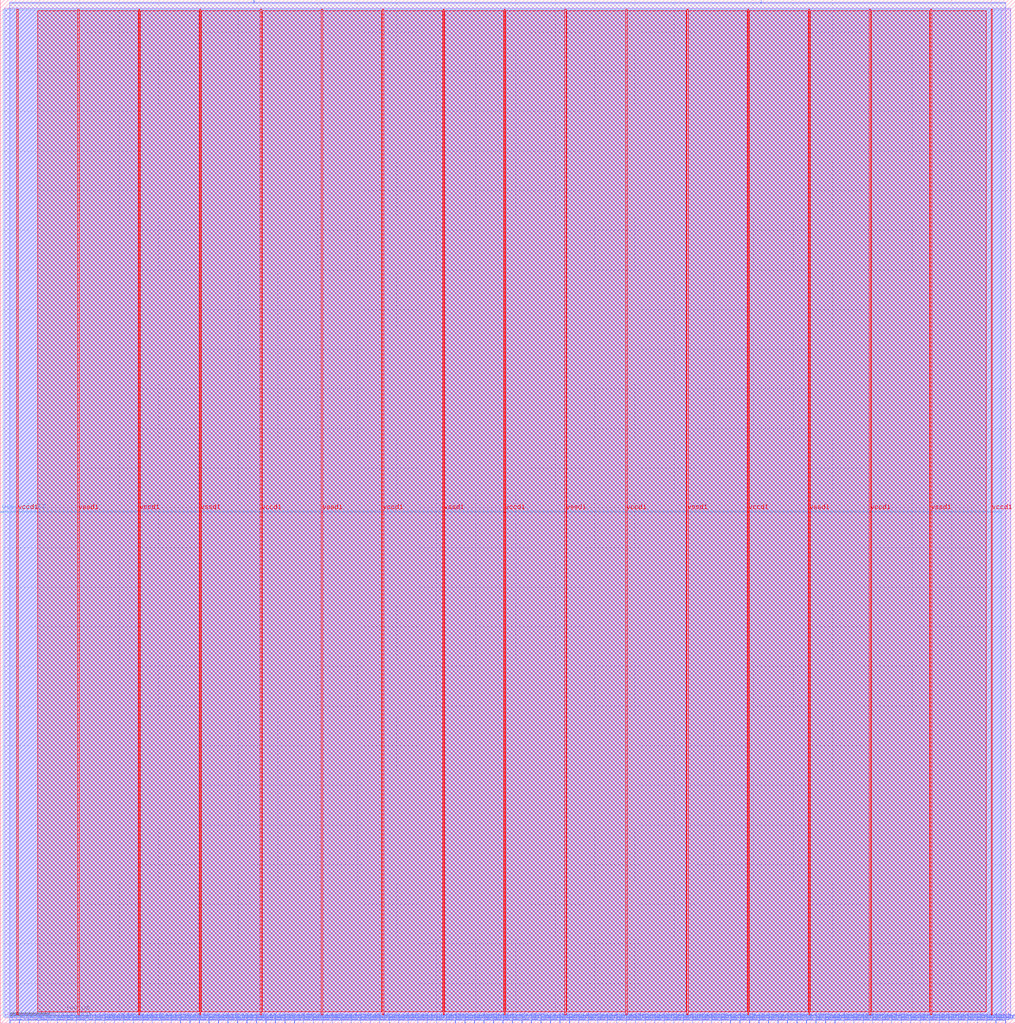
<source format=lef>
VERSION 5.7 ;
  NOWIREEXTENSIONATPIN ON ;
  DIVIDERCHAR "/" ;
  BUSBITCHARS "[]" ;
MACRO vco_adc_wrapper
  CLASS BLOCK ;
  FOREIGN vco_adc_wrapper ;
  ORIGIN 0.000 0.000 ;
  SIZE 1280.170 BY 1290.890 ;
  PIN phase_in
    DIRECTION INPUT ;
    USE SIGNAL ;
    ANTENNAGATEAREA 0.742500 ;
    PORT
      LAYER met2 ;
        RECT 319.790 1286.890 320.070 1290.890 ;
    END
  END phase_in
  PIN user_clock2
    DIRECTION INPUT ;
    USE SIGNAL ;
    ANTENNAGATEAREA 0.852000 ;
    PORT
      LAYER met3 ;
        RECT 0.000 644.680 4.000 645.280 ;
    END
  END user_clock2
  PIN vccd1
    DIRECTION INOUT ;
    USE POWER ;
    PORT
      LAYER met4 ;
        RECT 21.040 10.640 22.640 1278.640 ;
    END
    PORT
      LAYER met4 ;
        RECT 174.640 10.640 176.240 1278.640 ;
    END
    PORT
      LAYER met4 ;
        RECT 328.240 10.640 329.840 1278.640 ;
    END
    PORT
      LAYER met4 ;
        RECT 481.840 10.640 483.440 1278.640 ;
    END
    PORT
      LAYER met4 ;
        RECT 635.440 10.640 637.040 1278.640 ;
    END
    PORT
      LAYER met4 ;
        RECT 789.040 10.640 790.640 1278.640 ;
    END
    PORT
      LAYER met4 ;
        RECT 942.640 10.640 944.240 1278.640 ;
    END
    PORT
      LAYER met4 ;
        RECT 1096.240 10.640 1097.840 1278.640 ;
    END
    PORT
      LAYER met4 ;
        RECT 1249.840 10.640 1251.440 1278.640 ;
    END
  END vccd1
  PIN vco_enb_o
    DIRECTION OUTPUT TRISTATE ;
    USE SIGNAL ;
    ANTENNADIFFAREA 2.673000 ;
    PORT
      LAYER met2 ;
        RECT 959.650 1286.890 959.930 1290.890 ;
    END
  END vco_enb_o
  PIN vssd1
    DIRECTION INOUT ;
    USE GROUND ;
    PORT
      LAYER met4 ;
        RECT 97.840 10.640 99.440 1278.640 ;
    END
    PORT
      LAYER met4 ;
        RECT 251.440 10.640 253.040 1278.640 ;
    END
    PORT
      LAYER met4 ;
        RECT 405.040 10.640 406.640 1278.640 ;
    END
    PORT
      LAYER met4 ;
        RECT 558.640 10.640 560.240 1278.640 ;
    END
    PORT
      LAYER met4 ;
        RECT 712.240 10.640 713.840 1278.640 ;
    END
    PORT
      LAYER met4 ;
        RECT 865.840 10.640 867.440 1278.640 ;
    END
    PORT
      LAYER met4 ;
        RECT 1019.440 10.640 1021.040 1278.640 ;
    END
    PORT
      LAYER met4 ;
        RECT 1173.040 10.640 1174.640 1278.640 ;
    END
  END vssd1
  PIN wb_clk_i
    DIRECTION INPUT ;
    USE SIGNAL ;
    ANTENNAGATEAREA 0.852000 ;
    PORT
      LAYER met2 ;
        RECT 12.050 0.000 12.330 4.000 ;
    END
  END wb_clk_i
  PIN wb_rst_i
    DIRECTION INPUT ;
    USE SIGNAL ;
    ANTENNAGATEAREA 0.742500 ;
    PORT
      LAYER met2 ;
        RECT 24.010 0.000 24.290 4.000 ;
    END
  END wb_rst_i
  PIN wbs_ack_o
    DIRECTION OUTPUT TRISTATE ;
    USE SIGNAL ;
    ANTENNADIFFAREA 2.673000 ;
    PORT
      LAYER met2 ;
        RECT 35.970 0.000 36.250 4.000 ;
    END
  END wbs_ack_o
  PIN wbs_adr_i[0]
    DIRECTION INPUT ;
    USE SIGNAL ;
    ANTENNAGATEAREA 0.213000 ;
    PORT
      LAYER met2 ;
        RECT 83.810 0.000 84.090 4.000 ;
    END
  END wbs_adr_i[0]
  PIN wbs_adr_i[10]
    DIRECTION INPUT ;
    USE SIGNAL ;
    ANTENNAGATEAREA 0.196500 ;
    PORT
      LAYER met2 ;
        RECT 490.450 0.000 490.730 4.000 ;
    END
  END wbs_adr_i[10]
  PIN wbs_adr_i[11]
    DIRECTION INPUT ;
    USE SIGNAL ;
    ANTENNAGATEAREA 0.196500 ;
    PORT
      LAYER met2 ;
        RECT 526.330 0.000 526.610 4.000 ;
    END
  END wbs_adr_i[11]
  PIN wbs_adr_i[12]
    DIRECTION INPUT ;
    USE SIGNAL ;
    ANTENNAGATEAREA 0.196500 ;
    PORT
      LAYER met2 ;
        RECT 562.210 0.000 562.490 4.000 ;
    END
  END wbs_adr_i[12]
  PIN wbs_adr_i[13]
    DIRECTION INPUT ;
    USE SIGNAL ;
    ANTENNAGATEAREA 0.126000 ;
    PORT
      LAYER met2 ;
        RECT 598.090 0.000 598.370 4.000 ;
    END
  END wbs_adr_i[13]
  PIN wbs_adr_i[14]
    DIRECTION INPUT ;
    USE SIGNAL ;
    ANTENNAGATEAREA 0.196500 ;
    PORT
      LAYER met2 ;
        RECT 633.970 0.000 634.250 4.000 ;
    END
  END wbs_adr_i[14]
  PIN wbs_adr_i[15]
    DIRECTION INPUT ;
    USE SIGNAL ;
    ANTENNAGATEAREA 0.196500 ;
    PORT
      LAYER met2 ;
        RECT 669.850 0.000 670.130 4.000 ;
    END
  END wbs_adr_i[15]
  PIN wbs_adr_i[16]
    DIRECTION INPUT ;
    USE SIGNAL ;
    ANTENNAGATEAREA 0.196500 ;
    PORT
      LAYER met2 ;
        RECT 705.730 0.000 706.010 4.000 ;
    END
  END wbs_adr_i[16]
  PIN wbs_adr_i[17]
    DIRECTION INPUT ;
    USE SIGNAL ;
    ANTENNAGATEAREA 0.126000 ;
    PORT
      LAYER met2 ;
        RECT 741.610 0.000 741.890 4.000 ;
    END
  END wbs_adr_i[17]
  PIN wbs_adr_i[18]
    DIRECTION INPUT ;
    USE SIGNAL ;
    ANTENNAGATEAREA 0.196500 ;
    PORT
      LAYER met2 ;
        RECT 777.490 0.000 777.770 4.000 ;
    END
  END wbs_adr_i[18]
  PIN wbs_adr_i[19]
    DIRECTION INPUT ;
    USE SIGNAL ;
    ANTENNAGATEAREA 0.196500 ;
    PORT
      LAYER met2 ;
        RECT 813.370 0.000 813.650 4.000 ;
    END
  END wbs_adr_i[19]
  PIN wbs_adr_i[1]
    DIRECTION INPUT ;
    USE SIGNAL ;
    ANTENNAGATEAREA 0.196500 ;
    PORT
      LAYER met2 ;
        RECT 131.650 0.000 131.930 4.000 ;
    END
  END wbs_adr_i[1]
  PIN wbs_adr_i[20]
    DIRECTION INPUT ;
    USE SIGNAL ;
    ANTENNAGATEAREA 0.196500 ;
    PORT
      LAYER met2 ;
        RECT 849.250 0.000 849.530 4.000 ;
    END
  END wbs_adr_i[20]
  PIN wbs_adr_i[21]
    DIRECTION INPUT ;
    USE SIGNAL ;
    ANTENNAGATEAREA 0.126000 ;
    PORT
      LAYER met2 ;
        RECT 885.130 0.000 885.410 4.000 ;
    END
  END wbs_adr_i[21]
  PIN wbs_adr_i[22]
    DIRECTION INPUT ;
    USE SIGNAL ;
    ANTENNAGATEAREA 0.196500 ;
    PORT
      LAYER met2 ;
        RECT 921.010 0.000 921.290 4.000 ;
    END
  END wbs_adr_i[22]
  PIN wbs_adr_i[23]
    DIRECTION INPUT ;
    USE SIGNAL ;
    ANTENNAGATEAREA 0.196500 ;
    PORT
      LAYER met2 ;
        RECT 956.890 0.000 957.170 4.000 ;
    END
  END wbs_adr_i[23]
  PIN wbs_adr_i[24]
    DIRECTION INPUT ;
    USE SIGNAL ;
    ANTENNAGATEAREA 0.196500 ;
    PORT
      LAYER met2 ;
        RECT 992.770 0.000 993.050 4.000 ;
    END
  END wbs_adr_i[24]
  PIN wbs_adr_i[25]
    DIRECTION INPUT ;
    USE SIGNAL ;
    ANTENNAGATEAREA 0.126000 ;
    PORT
      LAYER met2 ;
        RECT 1028.650 0.000 1028.930 4.000 ;
    END
  END wbs_adr_i[25]
  PIN wbs_adr_i[26]
    DIRECTION INPUT ;
    USE SIGNAL ;
    ANTENNAGATEAREA 0.196500 ;
    PORT
      LAYER met2 ;
        RECT 1064.530 0.000 1064.810 4.000 ;
    END
  END wbs_adr_i[26]
  PIN wbs_adr_i[27]
    DIRECTION INPUT ;
    USE SIGNAL ;
    ANTENNAGATEAREA 0.196500 ;
    PORT
      LAYER met2 ;
        RECT 1100.410 0.000 1100.690 4.000 ;
    END
  END wbs_adr_i[27]
  PIN wbs_adr_i[28]
    DIRECTION INPUT ;
    USE SIGNAL ;
    ANTENNAGATEAREA 0.196500 ;
    PORT
      LAYER met2 ;
        RECT 1136.290 0.000 1136.570 4.000 ;
    END
  END wbs_adr_i[28]
  PIN wbs_adr_i[29]
    DIRECTION INPUT ;
    USE SIGNAL ;
    ANTENNAGATEAREA 0.126000 ;
    PORT
      LAYER met2 ;
        RECT 1172.170 0.000 1172.450 4.000 ;
    END
  END wbs_adr_i[29]
  PIN wbs_adr_i[2]
    DIRECTION INPUT ;
    USE SIGNAL ;
    ANTENNAGATEAREA 0.213000 ;
    PORT
      LAYER met2 ;
        RECT 179.490 0.000 179.770 4.000 ;
    END
  END wbs_adr_i[2]
  PIN wbs_adr_i[30]
    DIRECTION INPUT ;
    USE SIGNAL ;
    ANTENNAGATEAREA 0.196500 ;
    PORT
      LAYER met2 ;
        RECT 1208.050 0.000 1208.330 4.000 ;
    END
  END wbs_adr_i[30]
  PIN wbs_adr_i[31]
    DIRECTION INPUT ;
    USE SIGNAL ;
    ANTENNAGATEAREA 0.196500 ;
    PORT
      LAYER met2 ;
        RECT 1243.930 0.000 1244.210 4.000 ;
    END
  END wbs_adr_i[31]
  PIN wbs_adr_i[3]
    DIRECTION INPUT ;
    USE SIGNAL ;
    ANTENNAGATEAREA 0.126000 ;
    PORT
      LAYER met2 ;
        RECT 227.330 0.000 227.610 4.000 ;
    END
  END wbs_adr_i[3]
  PIN wbs_adr_i[4]
    DIRECTION INPUT ;
    USE SIGNAL ;
    ANTENNAGATEAREA 0.196500 ;
    PORT
      LAYER met2 ;
        RECT 275.170 0.000 275.450 4.000 ;
    END
  END wbs_adr_i[4]
  PIN wbs_adr_i[5]
    DIRECTION INPUT ;
    USE SIGNAL ;
    ANTENNAGATEAREA 0.196500 ;
    PORT
      LAYER met2 ;
        RECT 311.050 0.000 311.330 4.000 ;
    END
  END wbs_adr_i[5]
  PIN wbs_adr_i[6]
    DIRECTION INPUT ;
    USE SIGNAL ;
    ANTENNAGATEAREA 0.126000 ;
    PORT
      LAYER met2 ;
        RECT 346.930 0.000 347.210 4.000 ;
    END
  END wbs_adr_i[6]
  PIN wbs_adr_i[7]
    DIRECTION INPUT ;
    USE SIGNAL ;
    ANTENNAGATEAREA 0.196500 ;
    PORT
      LAYER met2 ;
        RECT 382.810 0.000 383.090 4.000 ;
    END
  END wbs_adr_i[7]
  PIN wbs_adr_i[8]
    DIRECTION INPUT ;
    USE SIGNAL ;
    ANTENNAGATEAREA 0.196500 ;
    PORT
      LAYER met2 ;
        RECT 418.690 0.000 418.970 4.000 ;
    END
  END wbs_adr_i[8]
  PIN wbs_adr_i[9]
    DIRECTION INPUT ;
    USE SIGNAL ;
    ANTENNAGATEAREA 0.196500 ;
    PORT
      LAYER met2 ;
        RECT 454.570 0.000 454.850 4.000 ;
    END
  END wbs_adr_i[9]
  PIN wbs_cyc_i
    DIRECTION INPUT ;
    USE SIGNAL ;
    ANTENNAGATEAREA 0.126000 ;
    PORT
      LAYER met2 ;
        RECT 47.930 0.000 48.210 4.000 ;
    END
  END wbs_cyc_i
  PIN wbs_dat_i[0]
    DIRECTION INPUT ;
    USE SIGNAL ;
    ANTENNAGATEAREA 0.126000 ;
    PORT
      LAYER met2 ;
        RECT 95.770 0.000 96.050 4.000 ;
    END
  END wbs_dat_i[0]
  PIN wbs_dat_i[10]
    DIRECTION INPUT ;
    USE SIGNAL ;
    ANTENNAGATEAREA 0.126000 ;
    PORT
      LAYER met2 ;
        RECT 502.410 0.000 502.690 4.000 ;
    END
  END wbs_dat_i[10]
  PIN wbs_dat_i[11]
    DIRECTION INPUT ;
    USE SIGNAL ;
    ANTENNAGATEAREA 0.126000 ;
    PORT
      LAYER met2 ;
        RECT 538.290 0.000 538.570 4.000 ;
    END
  END wbs_dat_i[11]
  PIN wbs_dat_i[12]
    DIRECTION INPUT ;
    USE SIGNAL ;
    ANTENNAGATEAREA 0.126000 ;
    PORT
      LAYER met2 ;
        RECT 574.170 0.000 574.450 4.000 ;
    END
  END wbs_dat_i[12]
  PIN wbs_dat_i[13]
    DIRECTION INPUT ;
    USE SIGNAL ;
    ANTENNAGATEAREA 0.126000 ;
    PORT
      LAYER met2 ;
        RECT 610.050 0.000 610.330 4.000 ;
    END
  END wbs_dat_i[13]
  PIN wbs_dat_i[14]
    DIRECTION INPUT ;
    USE SIGNAL ;
    ANTENNAGATEAREA 0.126000 ;
    PORT
      LAYER met2 ;
        RECT 645.930 0.000 646.210 4.000 ;
    END
  END wbs_dat_i[14]
  PIN wbs_dat_i[15]
    DIRECTION INPUT ;
    USE SIGNAL ;
    ANTENNAGATEAREA 0.126000 ;
    PORT
      LAYER met2 ;
        RECT 681.810 0.000 682.090 4.000 ;
    END
  END wbs_dat_i[15]
  PIN wbs_dat_i[16]
    DIRECTION INPUT ;
    USE SIGNAL ;
    ANTENNAGATEAREA 0.126000 ;
    PORT
      LAYER met2 ;
        RECT 717.690 0.000 717.970 4.000 ;
    END
  END wbs_dat_i[16]
  PIN wbs_dat_i[17]
    DIRECTION INPUT ;
    USE SIGNAL ;
    ANTENNAGATEAREA 0.126000 ;
    PORT
      LAYER met2 ;
        RECT 753.570 0.000 753.850 4.000 ;
    END
  END wbs_dat_i[17]
  PIN wbs_dat_i[18]
    DIRECTION INPUT ;
    USE SIGNAL ;
    ANTENNAGATEAREA 0.126000 ;
    PORT
      LAYER met2 ;
        RECT 789.450 0.000 789.730 4.000 ;
    END
  END wbs_dat_i[18]
  PIN wbs_dat_i[19]
    DIRECTION INPUT ;
    USE SIGNAL ;
    ANTENNAGATEAREA 0.126000 ;
    PORT
      LAYER met2 ;
        RECT 825.330 0.000 825.610 4.000 ;
    END
  END wbs_dat_i[19]
  PIN wbs_dat_i[1]
    DIRECTION INPUT ;
    USE SIGNAL ;
    ANTENNAGATEAREA 0.126000 ;
    PORT
      LAYER met2 ;
        RECT 143.610 0.000 143.890 4.000 ;
    END
  END wbs_dat_i[1]
  PIN wbs_dat_i[20]
    DIRECTION INPUT ;
    USE SIGNAL ;
    ANTENNAGATEAREA 0.126000 ;
    PORT
      LAYER met2 ;
        RECT 861.210 0.000 861.490 4.000 ;
    END
  END wbs_dat_i[20]
  PIN wbs_dat_i[21]
    DIRECTION INPUT ;
    USE SIGNAL ;
    ANTENNAGATEAREA 0.126000 ;
    PORT
      LAYER met2 ;
        RECT 897.090 0.000 897.370 4.000 ;
    END
  END wbs_dat_i[21]
  PIN wbs_dat_i[22]
    DIRECTION INPUT ;
    USE SIGNAL ;
    ANTENNAGATEAREA 0.126000 ;
    PORT
      LAYER met2 ;
        RECT 932.970 0.000 933.250 4.000 ;
    END
  END wbs_dat_i[22]
  PIN wbs_dat_i[23]
    DIRECTION INPUT ;
    USE SIGNAL ;
    ANTENNAGATEAREA 0.126000 ;
    PORT
      LAYER met2 ;
        RECT 968.850 0.000 969.130 4.000 ;
    END
  END wbs_dat_i[23]
  PIN wbs_dat_i[24]
    DIRECTION INPUT ;
    USE SIGNAL ;
    ANTENNAGATEAREA 0.126000 ;
    PORT
      LAYER met2 ;
        RECT 1004.730 0.000 1005.010 4.000 ;
    END
  END wbs_dat_i[24]
  PIN wbs_dat_i[25]
    DIRECTION INPUT ;
    USE SIGNAL ;
    ANTENNAGATEAREA 0.126000 ;
    PORT
      LAYER met2 ;
        RECT 1040.610 0.000 1040.890 4.000 ;
    END
  END wbs_dat_i[25]
  PIN wbs_dat_i[26]
    DIRECTION INPUT ;
    USE SIGNAL ;
    ANTENNAGATEAREA 0.126000 ;
    PORT
      LAYER met2 ;
        RECT 1076.490 0.000 1076.770 4.000 ;
    END
  END wbs_dat_i[26]
  PIN wbs_dat_i[27]
    DIRECTION INPUT ;
    USE SIGNAL ;
    ANTENNAGATEAREA 0.126000 ;
    PORT
      LAYER met2 ;
        RECT 1112.370 0.000 1112.650 4.000 ;
    END
  END wbs_dat_i[27]
  PIN wbs_dat_i[28]
    DIRECTION INPUT ;
    USE SIGNAL ;
    ANTENNAGATEAREA 0.126000 ;
    PORT
      LAYER met2 ;
        RECT 1148.250 0.000 1148.530 4.000 ;
    END
  END wbs_dat_i[28]
  PIN wbs_dat_i[29]
    DIRECTION INPUT ;
    USE SIGNAL ;
    PORT
      LAYER met2 ;
        RECT 1184.130 0.000 1184.410 4.000 ;
    END
  END wbs_dat_i[29]
  PIN wbs_dat_i[2]
    DIRECTION INPUT ;
    USE SIGNAL ;
    ANTENNAGATEAREA 0.126000 ;
    PORT
      LAYER met2 ;
        RECT 191.450 0.000 191.730 4.000 ;
    END
  END wbs_dat_i[2]
  PIN wbs_dat_i[30]
    DIRECTION INPUT ;
    USE SIGNAL ;
    PORT
      LAYER met2 ;
        RECT 1220.010 0.000 1220.290 4.000 ;
    END
  END wbs_dat_i[30]
  PIN wbs_dat_i[31]
    DIRECTION INPUT ;
    USE SIGNAL ;
    PORT
      LAYER met2 ;
        RECT 1255.890 0.000 1256.170 4.000 ;
    END
  END wbs_dat_i[31]
  PIN wbs_dat_i[3]
    DIRECTION INPUT ;
    USE SIGNAL ;
    ANTENNAGATEAREA 0.126000 ;
    PORT
      LAYER met2 ;
        RECT 239.290 0.000 239.570 4.000 ;
    END
  END wbs_dat_i[3]
  PIN wbs_dat_i[4]
    DIRECTION INPUT ;
    USE SIGNAL ;
    ANTENNAGATEAREA 0.126000 ;
    PORT
      LAYER met2 ;
        RECT 287.130 0.000 287.410 4.000 ;
    END
  END wbs_dat_i[4]
  PIN wbs_dat_i[5]
    DIRECTION INPUT ;
    USE SIGNAL ;
    ANTENNAGATEAREA 0.126000 ;
    PORT
      LAYER met2 ;
        RECT 323.010 0.000 323.290 4.000 ;
    END
  END wbs_dat_i[5]
  PIN wbs_dat_i[6]
    DIRECTION INPUT ;
    USE SIGNAL ;
    ANTENNAGATEAREA 0.126000 ;
    PORT
      LAYER met2 ;
        RECT 358.890 0.000 359.170 4.000 ;
    END
  END wbs_dat_i[6]
  PIN wbs_dat_i[7]
    DIRECTION INPUT ;
    USE SIGNAL ;
    ANTENNAGATEAREA 0.126000 ;
    PORT
      LAYER met2 ;
        RECT 394.770 0.000 395.050 4.000 ;
    END
  END wbs_dat_i[7]
  PIN wbs_dat_i[8]
    DIRECTION INPUT ;
    USE SIGNAL ;
    ANTENNAGATEAREA 0.126000 ;
    PORT
      LAYER met2 ;
        RECT 430.650 0.000 430.930 4.000 ;
    END
  END wbs_dat_i[8]
  PIN wbs_dat_i[9]
    DIRECTION INPUT ;
    USE SIGNAL ;
    ANTENNAGATEAREA 0.126000 ;
    PORT
      LAYER met2 ;
        RECT 466.530 0.000 466.810 4.000 ;
    END
  END wbs_dat_i[9]
  PIN wbs_dat_o[0]
    DIRECTION OUTPUT TRISTATE ;
    USE SIGNAL ;
    ANTENNADIFFAREA 2.673000 ;
    PORT
      LAYER met2 ;
        RECT 107.730 0.000 108.010 4.000 ;
    END
  END wbs_dat_o[0]
  PIN wbs_dat_o[10]
    DIRECTION OUTPUT TRISTATE ;
    USE SIGNAL ;
    ANTENNADIFFAREA 2.673000 ;
    PORT
      LAYER met2 ;
        RECT 514.370 0.000 514.650 4.000 ;
    END
  END wbs_dat_o[10]
  PIN wbs_dat_o[11]
    DIRECTION OUTPUT TRISTATE ;
    USE SIGNAL ;
    ANTENNADIFFAREA 2.673000 ;
    PORT
      LAYER met2 ;
        RECT 550.250 0.000 550.530 4.000 ;
    END
  END wbs_dat_o[11]
  PIN wbs_dat_o[12]
    DIRECTION OUTPUT TRISTATE ;
    USE SIGNAL ;
    ANTENNADIFFAREA 2.673000 ;
    PORT
      LAYER met2 ;
        RECT 586.130 0.000 586.410 4.000 ;
    END
  END wbs_dat_o[12]
  PIN wbs_dat_o[13]
    DIRECTION OUTPUT TRISTATE ;
    USE SIGNAL ;
    ANTENNADIFFAREA 2.673000 ;
    PORT
      LAYER met2 ;
        RECT 622.010 0.000 622.290 4.000 ;
    END
  END wbs_dat_o[13]
  PIN wbs_dat_o[14]
    DIRECTION OUTPUT TRISTATE ;
    USE SIGNAL ;
    ANTENNADIFFAREA 2.673000 ;
    PORT
      LAYER met2 ;
        RECT 657.890 0.000 658.170 4.000 ;
    END
  END wbs_dat_o[14]
  PIN wbs_dat_o[15]
    DIRECTION OUTPUT TRISTATE ;
    USE SIGNAL ;
    ANTENNADIFFAREA 2.673000 ;
    PORT
      LAYER met2 ;
        RECT 693.770 0.000 694.050 4.000 ;
    END
  END wbs_dat_o[15]
  PIN wbs_dat_o[16]
    DIRECTION OUTPUT TRISTATE ;
    USE SIGNAL ;
    ANTENNADIFFAREA 2.673000 ;
    PORT
      LAYER met2 ;
        RECT 729.650 0.000 729.930 4.000 ;
    END
  END wbs_dat_o[16]
  PIN wbs_dat_o[17]
    DIRECTION OUTPUT TRISTATE ;
    USE SIGNAL ;
    ANTENNADIFFAREA 2.673000 ;
    PORT
      LAYER met2 ;
        RECT 765.530 0.000 765.810 4.000 ;
    END
  END wbs_dat_o[17]
  PIN wbs_dat_o[18]
    DIRECTION OUTPUT TRISTATE ;
    USE SIGNAL ;
    ANTENNADIFFAREA 2.673000 ;
    PORT
      LAYER met2 ;
        RECT 801.410 0.000 801.690 4.000 ;
    END
  END wbs_dat_o[18]
  PIN wbs_dat_o[19]
    DIRECTION OUTPUT TRISTATE ;
    USE SIGNAL ;
    ANTENNADIFFAREA 2.673000 ;
    PORT
      LAYER met2 ;
        RECT 837.290 0.000 837.570 4.000 ;
    END
  END wbs_dat_o[19]
  PIN wbs_dat_o[1]
    DIRECTION OUTPUT TRISTATE ;
    USE SIGNAL ;
    ANTENNADIFFAREA 2.673000 ;
    PORT
      LAYER met2 ;
        RECT 155.570 0.000 155.850 4.000 ;
    END
  END wbs_dat_o[1]
  PIN wbs_dat_o[20]
    DIRECTION OUTPUT TRISTATE ;
    USE SIGNAL ;
    ANTENNADIFFAREA 2.673000 ;
    PORT
      LAYER met2 ;
        RECT 873.170 0.000 873.450 4.000 ;
    END
  END wbs_dat_o[20]
  PIN wbs_dat_o[21]
    DIRECTION OUTPUT TRISTATE ;
    USE SIGNAL ;
    ANTENNADIFFAREA 2.673000 ;
    PORT
      LAYER met2 ;
        RECT 909.050 0.000 909.330 4.000 ;
    END
  END wbs_dat_o[21]
  PIN wbs_dat_o[22]
    DIRECTION OUTPUT TRISTATE ;
    USE SIGNAL ;
    ANTENNADIFFAREA 2.673000 ;
    PORT
      LAYER met2 ;
        RECT 944.930 0.000 945.210 4.000 ;
    END
  END wbs_dat_o[22]
  PIN wbs_dat_o[23]
    DIRECTION OUTPUT TRISTATE ;
    USE SIGNAL ;
    ANTENNADIFFAREA 2.673000 ;
    PORT
      LAYER met2 ;
        RECT 980.810 0.000 981.090 4.000 ;
    END
  END wbs_dat_o[23]
  PIN wbs_dat_o[24]
    DIRECTION OUTPUT TRISTATE ;
    USE SIGNAL ;
    ANTENNADIFFAREA 2.673000 ;
    PORT
      LAYER met2 ;
        RECT 1016.690 0.000 1016.970 4.000 ;
    END
  END wbs_dat_o[24]
  PIN wbs_dat_o[25]
    DIRECTION OUTPUT TRISTATE ;
    USE SIGNAL ;
    ANTENNADIFFAREA 2.673000 ;
    PORT
      LAYER met2 ;
        RECT 1052.570 0.000 1052.850 4.000 ;
    END
  END wbs_dat_o[25]
  PIN wbs_dat_o[26]
    DIRECTION OUTPUT TRISTATE ;
    USE SIGNAL ;
    ANTENNADIFFAREA 2.673000 ;
    PORT
      LAYER met2 ;
        RECT 1088.450 0.000 1088.730 4.000 ;
    END
  END wbs_dat_o[26]
  PIN wbs_dat_o[27]
    DIRECTION OUTPUT TRISTATE ;
    USE SIGNAL ;
    ANTENNADIFFAREA 2.673000 ;
    PORT
      LAYER met2 ;
        RECT 1124.330 0.000 1124.610 4.000 ;
    END
  END wbs_dat_o[27]
  PIN wbs_dat_o[28]
    DIRECTION OUTPUT TRISTATE ;
    USE SIGNAL ;
    ANTENNADIFFAREA 2.673000 ;
    PORT
      LAYER met2 ;
        RECT 1160.210 0.000 1160.490 4.000 ;
    END
  END wbs_dat_o[28]
  PIN wbs_dat_o[29]
    DIRECTION OUTPUT TRISTATE ;
    USE SIGNAL ;
    ANTENNADIFFAREA 2.673000 ;
    PORT
      LAYER met2 ;
        RECT 1196.090 0.000 1196.370 4.000 ;
    END
  END wbs_dat_o[29]
  PIN wbs_dat_o[2]
    DIRECTION OUTPUT TRISTATE ;
    USE SIGNAL ;
    ANTENNADIFFAREA 2.673000 ;
    PORT
      LAYER met2 ;
        RECT 203.410 0.000 203.690 4.000 ;
    END
  END wbs_dat_o[2]
  PIN wbs_dat_o[30]
    DIRECTION OUTPUT TRISTATE ;
    USE SIGNAL ;
    ANTENNADIFFAREA 2.673000 ;
    PORT
      LAYER met2 ;
        RECT 1231.970 0.000 1232.250 4.000 ;
    END
  END wbs_dat_o[30]
  PIN wbs_dat_o[31]
    DIRECTION OUTPUT TRISTATE ;
    USE SIGNAL ;
    ANTENNADIFFAREA 2.673000 ;
    PORT
      LAYER met2 ;
        RECT 1267.850 0.000 1268.130 4.000 ;
    END
  END wbs_dat_o[31]
  PIN wbs_dat_o[3]
    DIRECTION OUTPUT TRISTATE ;
    USE SIGNAL ;
    ANTENNADIFFAREA 2.673000 ;
    PORT
      LAYER met2 ;
        RECT 251.250 0.000 251.530 4.000 ;
    END
  END wbs_dat_o[3]
  PIN wbs_dat_o[4]
    DIRECTION OUTPUT TRISTATE ;
    USE SIGNAL ;
    ANTENNADIFFAREA 2.673000 ;
    PORT
      LAYER met2 ;
        RECT 299.090 0.000 299.370 4.000 ;
    END
  END wbs_dat_o[4]
  PIN wbs_dat_o[5]
    DIRECTION OUTPUT TRISTATE ;
    USE SIGNAL ;
    ANTENNADIFFAREA 2.673000 ;
    PORT
      LAYER met2 ;
        RECT 334.970 0.000 335.250 4.000 ;
    END
  END wbs_dat_o[5]
  PIN wbs_dat_o[6]
    DIRECTION OUTPUT TRISTATE ;
    USE SIGNAL ;
    ANTENNADIFFAREA 2.673000 ;
    PORT
      LAYER met2 ;
        RECT 370.850 0.000 371.130 4.000 ;
    END
  END wbs_dat_o[6]
  PIN wbs_dat_o[7]
    DIRECTION OUTPUT TRISTATE ;
    USE SIGNAL ;
    ANTENNADIFFAREA 2.673000 ;
    PORT
      LAYER met2 ;
        RECT 406.730 0.000 407.010 4.000 ;
    END
  END wbs_dat_o[7]
  PIN wbs_dat_o[8]
    DIRECTION OUTPUT TRISTATE ;
    USE SIGNAL ;
    ANTENNADIFFAREA 2.673000 ;
    PORT
      LAYER met2 ;
        RECT 442.610 0.000 442.890 4.000 ;
    END
  END wbs_dat_o[8]
  PIN wbs_dat_o[9]
    DIRECTION OUTPUT TRISTATE ;
    USE SIGNAL ;
    ANTENNADIFFAREA 2.673000 ;
    PORT
      LAYER met2 ;
        RECT 478.490 0.000 478.770 4.000 ;
    END
  END wbs_dat_o[9]
  PIN wbs_sel_i[0]
    DIRECTION INPUT ;
    USE SIGNAL ;
    ANTENNAGATEAREA 0.126000 ;
    PORT
      LAYER met2 ;
        RECT 119.690 0.000 119.970 4.000 ;
    END
  END wbs_sel_i[0]
  PIN wbs_sel_i[1]
    DIRECTION INPUT ;
    USE SIGNAL ;
    PORT
      LAYER met2 ;
        RECT 167.530 0.000 167.810 4.000 ;
    END
  END wbs_sel_i[1]
  PIN wbs_sel_i[2]
    DIRECTION INPUT ;
    USE SIGNAL ;
    PORT
      LAYER met2 ;
        RECT 215.370 0.000 215.650 4.000 ;
    END
  END wbs_sel_i[2]
  PIN wbs_sel_i[3]
    DIRECTION INPUT ;
    USE SIGNAL ;
    PORT
      LAYER met2 ;
        RECT 263.210 0.000 263.490 4.000 ;
    END
  END wbs_sel_i[3]
  PIN wbs_stb_i
    DIRECTION INPUT ;
    USE SIGNAL ;
    ANTENNAGATEAREA 0.196500 ;
    PORT
      LAYER met2 ;
        RECT 59.890 0.000 60.170 4.000 ;
    END
  END wbs_stb_i
  PIN wbs_we_i
    DIRECTION INPUT ;
    USE SIGNAL ;
    ANTENNAGATEAREA 0.126000 ;
    PORT
      LAYER met2 ;
        RECT 71.850 0.000 72.130 4.000 ;
    END
  END wbs_we_i
  OBS
      LAYER li1 ;
        RECT 5.520 10.795 1274.200 1278.485 ;
      LAYER met1 ;
        RECT 5.520 6.840 1274.200 1280.060 ;
      LAYER met2 ;
        RECT 12.050 1286.610 319.510 1287.650 ;
        RECT 320.350 1286.610 959.370 1287.650 ;
        RECT 960.210 1286.610 1268.120 1287.650 ;
        RECT 12.050 4.280 1268.120 1286.610 ;
        RECT 12.610 3.670 23.730 4.280 ;
        RECT 24.570 3.670 35.690 4.280 ;
        RECT 36.530 3.670 47.650 4.280 ;
        RECT 48.490 3.670 59.610 4.280 ;
        RECT 60.450 3.670 71.570 4.280 ;
        RECT 72.410 3.670 83.530 4.280 ;
        RECT 84.370 3.670 95.490 4.280 ;
        RECT 96.330 3.670 107.450 4.280 ;
        RECT 108.290 3.670 119.410 4.280 ;
        RECT 120.250 3.670 131.370 4.280 ;
        RECT 132.210 3.670 143.330 4.280 ;
        RECT 144.170 3.670 155.290 4.280 ;
        RECT 156.130 3.670 167.250 4.280 ;
        RECT 168.090 3.670 179.210 4.280 ;
        RECT 180.050 3.670 191.170 4.280 ;
        RECT 192.010 3.670 203.130 4.280 ;
        RECT 203.970 3.670 215.090 4.280 ;
        RECT 215.930 3.670 227.050 4.280 ;
        RECT 227.890 3.670 239.010 4.280 ;
        RECT 239.850 3.670 250.970 4.280 ;
        RECT 251.810 3.670 262.930 4.280 ;
        RECT 263.770 3.670 274.890 4.280 ;
        RECT 275.730 3.670 286.850 4.280 ;
        RECT 287.690 3.670 298.810 4.280 ;
        RECT 299.650 3.670 310.770 4.280 ;
        RECT 311.610 3.670 322.730 4.280 ;
        RECT 323.570 3.670 334.690 4.280 ;
        RECT 335.530 3.670 346.650 4.280 ;
        RECT 347.490 3.670 358.610 4.280 ;
        RECT 359.450 3.670 370.570 4.280 ;
        RECT 371.410 3.670 382.530 4.280 ;
        RECT 383.370 3.670 394.490 4.280 ;
        RECT 395.330 3.670 406.450 4.280 ;
        RECT 407.290 3.670 418.410 4.280 ;
        RECT 419.250 3.670 430.370 4.280 ;
        RECT 431.210 3.670 442.330 4.280 ;
        RECT 443.170 3.670 454.290 4.280 ;
        RECT 455.130 3.670 466.250 4.280 ;
        RECT 467.090 3.670 478.210 4.280 ;
        RECT 479.050 3.670 490.170 4.280 ;
        RECT 491.010 3.670 502.130 4.280 ;
        RECT 502.970 3.670 514.090 4.280 ;
        RECT 514.930 3.670 526.050 4.280 ;
        RECT 526.890 3.670 538.010 4.280 ;
        RECT 538.850 3.670 549.970 4.280 ;
        RECT 550.810 3.670 561.930 4.280 ;
        RECT 562.770 3.670 573.890 4.280 ;
        RECT 574.730 3.670 585.850 4.280 ;
        RECT 586.690 3.670 597.810 4.280 ;
        RECT 598.650 3.670 609.770 4.280 ;
        RECT 610.610 3.670 621.730 4.280 ;
        RECT 622.570 3.670 633.690 4.280 ;
        RECT 634.530 3.670 645.650 4.280 ;
        RECT 646.490 3.670 657.610 4.280 ;
        RECT 658.450 3.670 669.570 4.280 ;
        RECT 670.410 3.670 681.530 4.280 ;
        RECT 682.370 3.670 693.490 4.280 ;
        RECT 694.330 3.670 705.450 4.280 ;
        RECT 706.290 3.670 717.410 4.280 ;
        RECT 718.250 3.670 729.370 4.280 ;
        RECT 730.210 3.670 741.330 4.280 ;
        RECT 742.170 3.670 753.290 4.280 ;
        RECT 754.130 3.670 765.250 4.280 ;
        RECT 766.090 3.670 777.210 4.280 ;
        RECT 778.050 3.670 789.170 4.280 ;
        RECT 790.010 3.670 801.130 4.280 ;
        RECT 801.970 3.670 813.090 4.280 ;
        RECT 813.930 3.670 825.050 4.280 ;
        RECT 825.890 3.670 837.010 4.280 ;
        RECT 837.850 3.670 848.970 4.280 ;
        RECT 849.810 3.670 860.930 4.280 ;
        RECT 861.770 3.670 872.890 4.280 ;
        RECT 873.730 3.670 884.850 4.280 ;
        RECT 885.690 3.670 896.810 4.280 ;
        RECT 897.650 3.670 908.770 4.280 ;
        RECT 909.610 3.670 920.730 4.280 ;
        RECT 921.570 3.670 932.690 4.280 ;
        RECT 933.530 3.670 944.650 4.280 ;
        RECT 945.490 3.670 956.610 4.280 ;
        RECT 957.450 3.670 968.570 4.280 ;
        RECT 969.410 3.670 980.530 4.280 ;
        RECT 981.370 3.670 992.490 4.280 ;
        RECT 993.330 3.670 1004.450 4.280 ;
        RECT 1005.290 3.670 1016.410 4.280 ;
        RECT 1017.250 3.670 1028.370 4.280 ;
        RECT 1029.210 3.670 1040.330 4.280 ;
        RECT 1041.170 3.670 1052.290 4.280 ;
        RECT 1053.130 3.670 1064.250 4.280 ;
        RECT 1065.090 3.670 1076.210 4.280 ;
        RECT 1077.050 3.670 1088.170 4.280 ;
        RECT 1089.010 3.670 1100.130 4.280 ;
        RECT 1100.970 3.670 1112.090 4.280 ;
        RECT 1112.930 3.670 1124.050 4.280 ;
        RECT 1124.890 3.670 1136.010 4.280 ;
        RECT 1136.850 3.670 1147.970 4.280 ;
        RECT 1148.810 3.670 1159.930 4.280 ;
        RECT 1160.770 3.670 1171.890 4.280 ;
        RECT 1172.730 3.670 1183.850 4.280 ;
        RECT 1184.690 3.670 1195.810 4.280 ;
        RECT 1196.650 3.670 1207.770 4.280 ;
        RECT 1208.610 3.670 1219.730 4.280 ;
        RECT 1220.570 3.670 1231.690 4.280 ;
        RECT 1232.530 3.670 1243.650 4.280 ;
        RECT 1244.490 3.670 1255.610 4.280 ;
        RECT 1256.450 3.670 1267.570 4.280 ;
      LAYER met3 ;
        RECT 4.000 645.680 1262.635 1278.565 ;
        RECT 4.400 644.280 1262.635 645.680 ;
        RECT 4.000 9.015 1262.635 644.280 ;
      LAYER met4 ;
        RECT 47.215 14.455 97.440 1276.865 ;
        RECT 99.840 14.455 174.240 1276.865 ;
        RECT 176.640 14.455 251.040 1276.865 ;
        RECT 253.440 14.455 327.840 1276.865 ;
        RECT 330.240 14.455 404.640 1276.865 ;
        RECT 407.040 14.455 481.440 1276.865 ;
        RECT 483.840 14.455 558.240 1276.865 ;
        RECT 560.640 14.455 635.040 1276.865 ;
        RECT 637.440 14.455 711.840 1276.865 ;
        RECT 714.240 14.455 788.640 1276.865 ;
        RECT 791.040 14.455 865.440 1276.865 ;
        RECT 867.840 14.455 942.240 1276.865 ;
        RECT 944.640 14.455 1019.040 1276.865 ;
        RECT 1021.440 14.455 1095.840 1276.865 ;
        RECT 1098.240 14.455 1172.640 1276.865 ;
        RECT 1175.040 14.455 1243.545 1276.865 ;
  END
END vco_adc_wrapper
END LIBRARY


</source>
